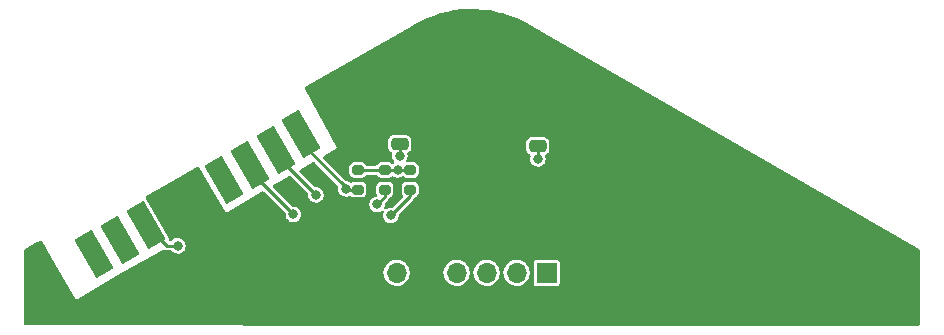
<source format=gtl>
G04 #@! TF.GenerationSoftware,KiCad,Pcbnew,(6.0.2)*
G04 #@! TF.CreationDate,2022-06-23T15:06:55+02:00*
G04 #@! TF.ProjectId,cup_connect,6375705f-636f-46e6-9e65-63742e6b6963,rev?*
G04 #@! TF.SameCoordinates,Original*
G04 #@! TF.FileFunction,Copper,L1,Top*
G04 #@! TF.FilePolarity,Positive*
%FSLAX46Y46*%
G04 Gerber Fmt 4.6, Leading zero omitted, Abs format (unit mm)*
G04 Created by KiCad (PCBNEW (6.0.2)) date 2022-06-23 15:06:55*
%MOMM*%
%LPD*%
G01*
G04 APERTURE LIST*
G04 Aperture macros list*
%AMRoundRect*
0 Rectangle with rounded corners*
0 $1 Rounding radius*
0 $2 $3 $4 $5 $6 $7 $8 $9 X,Y pos of 4 corners*
0 Add a 4 corners polygon primitive as box body*
4,1,4,$2,$3,$4,$5,$6,$7,$8,$9,$2,$3,0*
0 Add four circle primitives for the rounded corners*
1,1,$1+$1,$2,$3*
1,1,$1+$1,$4,$5*
1,1,$1+$1,$6,$7*
1,1,$1+$1,$8,$9*
0 Add four rect primitives between the rounded corners*
20,1,$1+$1,$2,$3,$4,$5,0*
20,1,$1+$1,$4,$5,$6,$7,0*
20,1,$1+$1,$6,$7,$8,$9,0*
20,1,$1+$1,$8,$9,$2,$3,0*%
%AMRotRect*
0 Rectangle, with rotation*
0 The origin of the aperture is its center*
0 $1 length*
0 $2 width*
0 $3 Rotation angle, in degrees counterclockwise*
0 Add horizontal line*
21,1,$1,$2,0,0,$3*%
G04 Aperture macros list end*
G04 #@! TA.AperFunction,SMDPad,CuDef*
%ADD10RoundRect,0.200000X0.275000X-0.200000X0.275000X0.200000X-0.275000X0.200000X-0.275000X-0.200000X0*%
G04 #@! TD*
G04 #@! TA.AperFunction,ComponentPad*
%ADD11R,1.700000X1.700000*%
G04 #@! TD*
G04 #@! TA.AperFunction,ComponentPad*
%ADD12O,1.700000X1.700000*%
G04 #@! TD*
G04 #@! TA.AperFunction,SMDPad,CuDef*
%ADD13RoundRect,0.250000X0.475000X-0.250000X0.475000X0.250000X-0.475000X0.250000X-0.475000X-0.250000X0*%
G04 #@! TD*
G04 #@! TA.AperFunction,SMDPad,CuDef*
%ADD14RotRect,3.750000X1.700000X120.000000*%
G04 #@! TD*
G04 #@! TA.AperFunction,ViaPad*
%ADD15C,0.800000*%
G04 #@! TD*
G04 #@! TA.AperFunction,Conductor*
%ADD16C,0.250000*%
G04 #@! TD*
G04 APERTURE END LIST*
D10*
X-5207000Y-17081000D03*
X-5207000Y-15431000D03*
D11*
X6325000Y-24130000D03*
D12*
X3785000Y-24130000D03*
X1245000Y-24130000D03*
X-1295000Y-24130000D03*
X-3835000Y-24130000D03*
X-6375000Y-24130000D03*
D13*
X5588000Y-13396000D03*
X5588000Y-11496000D03*
D10*
X-9652000Y-17081000D03*
X-9652000Y-15431000D03*
X-7366000Y-17081000D03*
X-7366000Y-15431000D03*
D13*
X-6096000Y-13208000D03*
X-6096000Y-11308000D03*
D14*
X-32029651Y-22543017D03*
X-29805947Y-21314586D03*
X-27606242Y-20044586D03*
X-25406538Y-18774586D03*
X-23206833Y-17504586D03*
X-21007128Y-16234586D03*
X-18807424Y-14964586D03*
X-16607719Y-13694586D03*
X-14432015Y-12383017D03*
D15*
X-20421600Y-17272000D03*
X-6287000Y-15431000D03*
X-6096000Y-14224000D03*
X2032000Y-7112000D03*
X0Y-11176000D03*
X-2032000Y-9144000D03*
X-25247600Y-19024600D03*
X0Y-9144000D03*
X-23037800Y-17830800D03*
X-24688800Y-20015200D03*
X-22504400Y-18745200D03*
X0Y-7112000D03*
X2032000Y-11176000D03*
X-2032000Y-7112000D03*
X2032000Y-9144000D03*
X-2032000Y-11176000D03*
X-31292800Y-23774400D03*
X5588000Y-14478000D03*
X-24892000Y-21844000D03*
X-10668000Y-17018000D03*
X-13208000Y-17526000D03*
X-8026400Y-18338800D03*
X-6858000Y-19278600D03*
X-15113000Y-19177000D03*
D16*
X-9652000Y-15431000D02*
X-6794000Y-15431000D01*
X-6096000Y-13208000D02*
X-6096000Y-14224000D01*
X-5207000Y-15431000D02*
X-6287000Y-15431000D01*
X-6287000Y-15431000D02*
X-6794000Y-15431000D01*
X-9652000Y-15431000D02*
X-8572000Y-15431000D01*
X-6794000Y-15431000D02*
X-7366000Y-15431000D01*
X5588000Y-13396000D02*
X5588000Y-14478000D01*
X-25806828Y-21844000D02*
X-24892000Y-21844000D01*
X-27606242Y-20044586D02*
X-25806828Y-21844000D01*
X-9652000Y-17081000D02*
X-10605000Y-17081000D01*
X-10668000Y-17018000D02*
X-10668000Y-16891000D01*
X-10605000Y-17081000D02*
X-10668000Y-17018000D01*
X-10668000Y-16891000D02*
X-14432015Y-13126985D01*
X-14432015Y-13126985D02*
X-14432015Y-12383017D01*
X-7366000Y-17678400D02*
X-8026400Y-18338800D01*
X-16607719Y-14126281D02*
X-13208000Y-17526000D01*
X-16607719Y-13694586D02*
X-16607719Y-14126281D01*
X-7366000Y-17081000D02*
X-7366000Y-17678400D01*
X-5207000Y-17627600D02*
X-6858000Y-19278600D01*
X-18807424Y-14964586D02*
X-18807424Y-15482576D01*
X-18807424Y-15482576D02*
X-15113000Y-19177000D01*
X-5207000Y-17081000D02*
X-5207000Y-17627600D01*
G04 #@! TA.AperFunction,Conductor*
G36*
X5674Y-1802013D02*
G01*
X304324Y-1802272D01*
X312090Y-1802518D01*
X902731Y-1839507D01*
X910467Y-1840232D01*
X1204472Y-1876942D01*
X1497696Y-1913554D01*
X1505347Y-1914750D01*
X2086957Y-2024131D01*
X2094536Y-2025800D01*
X2370514Y-2095555D01*
X2668272Y-2170815D01*
X2675743Y-2172950D01*
X3239464Y-2353056D01*
X3246789Y-2355648D01*
X3798322Y-2570153D01*
X3805473Y-2573191D01*
X4342744Y-2821286D01*
X4349694Y-2824759D01*
X4842348Y-3090245D01*
X4856677Y-3100215D01*
X4862264Y-3103452D01*
X4871580Y-3111647D01*
X4884257Y-3115971D01*
X4906566Y-3126100D01*
X37861782Y-22152803D01*
X37910775Y-22204185D01*
X37924782Y-22261971D01*
X37922348Y-28470034D01*
X37902319Y-28538147D01*
X37848645Y-28584619D01*
X37796343Y-28595985D01*
X-675145Y-28594488D01*
X-37796248Y-28593043D01*
X-37864368Y-28573038D01*
X-37910859Y-28519381D01*
X-37922243Y-28466994D01*
X-37919809Y-22258999D01*
X-37899780Y-22190888D01*
X-37856811Y-22149933D01*
X-36979422Y-21643372D01*
X-36979420Y-21643371D01*
X-36566752Y-21405117D01*
X-36497758Y-21388379D01*
X-36430666Y-21411599D01*
X-36394636Y-21451232D01*
X-35273808Y-23392409D01*
X-33528000Y-26416000D01*
X-29494399Y-24100964D01*
X-7483852Y-24100964D01*
X-7470576Y-24303522D01*
X-7469155Y-24309118D01*
X-7469154Y-24309123D01*
X-7448881Y-24388945D01*
X-7420608Y-24500269D01*
X-7418191Y-24505512D01*
X-7380990Y-24586208D01*
X-7335623Y-24684616D01*
X-7332290Y-24689332D01*
X-7236585Y-24824752D01*
X-7218467Y-24850389D01*
X-7073062Y-24992035D01*
X-6904280Y-25104812D01*
X-6898977Y-25107090D01*
X-6898974Y-25107092D01*
X-6767717Y-25163484D01*
X-6717772Y-25184942D01*
X-6644756Y-25201464D01*
X-6525421Y-25228467D01*
X-6525416Y-25228468D01*
X-6519784Y-25229742D01*
X-6514013Y-25229969D01*
X-6514011Y-25229969D01*
X-6454244Y-25232317D01*
X-6316947Y-25237712D01*
X-6209652Y-25222155D01*
X-6121769Y-25209413D01*
X-6121764Y-25209412D01*
X-6116055Y-25208584D01*
X-6110591Y-25206729D01*
X-6110586Y-25206728D01*
X-5929307Y-25145192D01*
X-5929302Y-25145190D01*
X-5923835Y-25143334D01*
X-5746724Y-25044147D01*
X-5707031Y-25011135D01*
X-5595087Y-24918031D01*
X-5590655Y-24914345D01*
X-5460853Y-24758276D01*
X-5361666Y-24581165D01*
X-5359810Y-24575698D01*
X-5359808Y-24575693D01*
X-5298272Y-24394414D01*
X-5298271Y-24394409D01*
X-5296416Y-24388945D01*
X-5295588Y-24383236D01*
X-5295587Y-24383231D01*
X-5267821Y-24191727D01*
X-5267288Y-24188053D01*
X-5265768Y-24130000D01*
X-5268436Y-24100964D01*
X-2403852Y-24100964D01*
X-2390576Y-24303522D01*
X-2389155Y-24309118D01*
X-2389154Y-24309123D01*
X-2368881Y-24388945D01*
X-2340608Y-24500269D01*
X-2338191Y-24505512D01*
X-2300990Y-24586208D01*
X-2255623Y-24684616D01*
X-2252290Y-24689332D01*
X-2156585Y-24824752D01*
X-2138467Y-24850389D01*
X-1993062Y-24992035D01*
X-1824280Y-25104812D01*
X-1818977Y-25107090D01*
X-1818974Y-25107092D01*
X-1687717Y-25163484D01*
X-1637772Y-25184942D01*
X-1564756Y-25201464D01*
X-1445421Y-25228467D01*
X-1445416Y-25228468D01*
X-1439784Y-25229742D01*
X-1434013Y-25229969D01*
X-1434011Y-25229969D01*
X-1374244Y-25232317D01*
X-1236947Y-25237712D01*
X-1129652Y-25222155D01*
X-1041769Y-25209413D01*
X-1041764Y-25209412D01*
X-1036055Y-25208584D01*
X-1030591Y-25206729D01*
X-1030586Y-25206728D01*
X-849307Y-25145192D01*
X-849302Y-25145190D01*
X-843835Y-25143334D01*
X-666724Y-25044147D01*
X-627031Y-25011135D01*
X-515087Y-24918031D01*
X-510655Y-24914345D01*
X-380853Y-24758276D01*
X-281666Y-24581165D01*
X-279810Y-24575698D01*
X-279808Y-24575693D01*
X-218272Y-24394414D01*
X-218271Y-24394409D01*
X-216416Y-24388945D01*
X-215588Y-24383236D01*
X-215587Y-24383231D01*
X-187821Y-24191727D01*
X-187288Y-24188053D01*
X-185768Y-24130000D01*
X-188436Y-24100964D01*
X136148Y-24100964D01*
X149424Y-24303522D01*
X150845Y-24309118D01*
X150846Y-24309123D01*
X171119Y-24388945D01*
X199392Y-24500269D01*
X201809Y-24505512D01*
X239010Y-24586208D01*
X284377Y-24684616D01*
X287710Y-24689332D01*
X383415Y-24824752D01*
X401533Y-24850389D01*
X546938Y-24992035D01*
X715720Y-25104812D01*
X721023Y-25107090D01*
X721026Y-25107092D01*
X852283Y-25163484D01*
X902228Y-25184942D01*
X975244Y-25201464D01*
X1094579Y-25228467D01*
X1094584Y-25228468D01*
X1100216Y-25229742D01*
X1105987Y-25229969D01*
X1105989Y-25229969D01*
X1165756Y-25232317D01*
X1303053Y-25237712D01*
X1410348Y-25222155D01*
X1498231Y-25209413D01*
X1498236Y-25209412D01*
X1503945Y-25208584D01*
X1509409Y-25206729D01*
X1509414Y-25206728D01*
X1690693Y-25145192D01*
X1690698Y-25145190D01*
X1696165Y-25143334D01*
X1873276Y-25044147D01*
X1912969Y-25011135D01*
X2024913Y-24918031D01*
X2029345Y-24914345D01*
X2159147Y-24758276D01*
X2258334Y-24581165D01*
X2260190Y-24575698D01*
X2260192Y-24575693D01*
X2321728Y-24394414D01*
X2321729Y-24394409D01*
X2323584Y-24388945D01*
X2324412Y-24383236D01*
X2324413Y-24383231D01*
X2352179Y-24191727D01*
X2352712Y-24188053D01*
X2354232Y-24130000D01*
X2351564Y-24100964D01*
X2676148Y-24100964D01*
X2689424Y-24303522D01*
X2690845Y-24309118D01*
X2690846Y-24309123D01*
X2711119Y-24388945D01*
X2739392Y-24500269D01*
X2741809Y-24505512D01*
X2779010Y-24586208D01*
X2824377Y-24684616D01*
X2827710Y-24689332D01*
X2923415Y-24824752D01*
X2941533Y-24850389D01*
X3086938Y-24992035D01*
X3255720Y-25104812D01*
X3261023Y-25107090D01*
X3261026Y-25107092D01*
X3392283Y-25163484D01*
X3442228Y-25184942D01*
X3515244Y-25201464D01*
X3634579Y-25228467D01*
X3634584Y-25228468D01*
X3640216Y-25229742D01*
X3645987Y-25229969D01*
X3645989Y-25229969D01*
X3705756Y-25232317D01*
X3843053Y-25237712D01*
X3950348Y-25222155D01*
X4038231Y-25209413D01*
X4038236Y-25209412D01*
X4043945Y-25208584D01*
X4049409Y-25206729D01*
X4049414Y-25206728D01*
X4230693Y-25145192D01*
X4230698Y-25145190D01*
X4236165Y-25143334D01*
X4413276Y-25044147D01*
X4452969Y-25011135D01*
X4564913Y-24918031D01*
X4569345Y-24914345D01*
X4699147Y-24758276D01*
X4798334Y-24581165D01*
X4800190Y-24575698D01*
X4800192Y-24575693D01*
X4861728Y-24394414D01*
X4861729Y-24394409D01*
X4863584Y-24388945D01*
X4864412Y-24383236D01*
X4864413Y-24383231D01*
X4892179Y-24191727D01*
X4892712Y-24188053D01*
X4894232Y-24130000D01*
X4882797Y-24005551D01*
X4876187Y-23933613D01*
X4876186Y-23933610D01*
X4875658Y-23927859D01*
X4874090Y-23922299D01*
X4822125Y-23738046D01*
X4822124Y-23738044D01*
X4820557Y-23732487D01*
X4809978Y-23711033D01*
X4733331Y-23555609D01*
X4730776Y-23550428D01*
X4609320Y-23387779D01*
X4465609Y-23254933D01*
X5220500Y-23254933D01*
X5220501Y-25005066D01*
X5235266Y-25079301D01*
X5242161Y-25089620D01*
X5242162Y-25089622D01*
X5282516Y-25150015D01*
X5291516Y-25163484D01*
X5375699Y-25219734D01*
X5449933Y-25234500D01*
X6324858Y-25234500D01*
X7200066Y-25234499D01*
X7235818Y-25227388D01*
X7262126Y-25222156D01*
X7262128Y-25222155D01*
X7274301Y-25219734D01*
X7284621Y-25212839D01*
X7284622Y-25212838D01*
X7348168Y-25170377D01*
X7358484Y-25163484D01*
X7414734Y-25079301D01*
X7429500Y-25005067D01*
X7429499Y-23254934D01*
X7414734Y-23180699D01*
X7388654Y-23141667D01*
X7365377Y-23106832D01*
X7358484Y-23096516D01*
X7274301Y-23040266D01*
X7200067Y-23025500D01*
X6325142Y-23025500D01*
X5449934Y-23025501D01*
X5414182Y-23032612D01*
X5387874Y-23037844D01*
X5387872Y-23037845D01*
X5375699Y-23040266D01*
X5365379Y-23047161D01*
X5365378Y-23047162D01*
X5304985Y-23087516D01*
X5291516Y-23096516D01*
X5235266Y-23180699D01*
X5220500Y-23254933D01*
X4465609Y-23254933D01*
X4460258Y-23249987D01*
X4455375Y-23246906D01*
X4455371Y-23246903D01*
X4293464Y-23144748D01*
X4288581Y-23141667D01*
X4100039Y-23066446D01*
X4094379Y-23065320D01*
X4094375Y-23065319D01*
X3906613Y-23027971D01*
X3906610Y-23027971D01*
X3900946Y-23026844D01*
X3895171Y-23026768D01*
X3895167Y-23026768D01*
X3793793Y-23025441D01*
X3697971Y-23024187D01*
X3692274Y-23025166D01*
X3692273Y-23025166D01*
X3604397Y-23040266D01*
X3497910Y-23058564D01*
X3307463Y-23128824D01*
X3133010Y-23232612D01*
X3128670Y-23236418D01*
X3128666Y-23236421D01*
X2984733Y-23362648D01*
X2980392Y-23366455D01*
X2854720Y-23525869D01*
X2852031Y-23530980D01*
X2852029Y-23530983D01*
X2804853Y-23620650D01*
X2760203Y-23705515D01*
X2700007Y-23899378D01*
X2676148Y-24100964D01*
X2351564Y-24100964D01*
X2342797Y-24005551D01*
X2336187Y-23933613D01*
X2336186Y-23933610D01*
X2335658Y-23927859D01*
X2334090Y-23922299D01*
X2282125Y-23738046D01*
X2282124Y-23738044D01*
X2280557Y-23732487D01*
X2269978Y-23711033D01*
X2193331Y-23555609D01*
X2190776Y-23550428D01*
X2069320Y-23387779D01*
X1920258Y-23249987D01*
X1915375Y-23246906D01*
X1915371Y-23246903D01*
X1753464Y-23144748D01*
X1748581Y-23141667D01*
X1560039Y-23066446D01*
X1554379Y-23065320D01*
X1554375Y-23065319D01*
X1366613Y-23027971D01*
X1366610Y-23027971D01*
X1360946Y-23026844D01*
X1355171Y-23026768D01*
X1355167Y-23026768D01*
X1253793Y-23025441D01*
X1157971Y-23024187D01*
X1152274Y-23025166D01*
X1152273Y-23025166D01*
X1064397Y-23040266D01*
X957910Y-23058564D01*
X767463Y-23128824D01*
X593010Y-23232612D01*
X588670Y-23236418D01*
X588666Y-23236421D01*
X444733Y-23362648D01*
X440392Y-23366455D01*
X314720Y-23525869D01*
X312031Y-23530980D01*
X312029Y-23530983D01*
X264853Y-23620650D01*
X220203Y-23705515D01*
X160007Y-23899378D01*
X136148Y-24100964D01*
X-188436Y-24100964D01*
X-197203Y-24005551D01*
X-203813Y-23933613D01*
X-203814Y-23933610D01*
X-204342Y-23927859D01*
X-205910Y-23922299D01*
X-257875Y-23738046D01*
X-257876Y-23738044D01*
X-259443Y-23732487D01*
X-270022Y-23711033D01*
X-346669Y-23555609D01*
X-349224Y-23550428D01*
X-470680Y-23387779D01*
X-619742Y-23249987D01*
X-624625Y-23246906D01*
X-624629Y-23246903D01*
X-786536Y-23144748D01*
X-791419Y-23141667D01*
X-979961Y-23066446D01*
X-985621Y-23065320D01*
X-985625Y-23065319D01*
X-1173387Y-23027971D01*
X-1173390Y-23027971D01*
X-1179054Y-23026844D01*
X-1184829Y-23026768D01*
X-1184833Y-23026768D01*
X-1286207Y-23025441D01*
X-1382029Y-23024187D01*
X-1387726Y-23025166D01*
X-1387727Y-23025166D01*
X-1475603Y-23040266D01*
X-1582090Y-23058564D01*
X-1772537Y-23128824D01*
X-1946990Y-23232612D01*
X-1951330Y-23236418D01*
X-1951334Y-23236421D01*
X-2095267Y-23362648D01*
X-2099608Y-23366455D01*
X-2225280Y-23525869D01*
X-2227969Y-23530980D01*
X-2227971Y-23530983D01*
X-2275147Y-23620650D01*
X-2319797Y-23705515D01*
X-2379993Y-23899378D01*
X-2403852Y-24100964D01*
X-5268436Y-24100964D01*
X-5277203Y-24005551D01*
X-5283813Y-23933613D01*
X-5283814Y-23933610D01*
X-5284342Y-23927859D01*
X-5285910Y-23922299D01*
X-5337875Y-23738046D01*
X-5337876Y-23738044D01*
X-5339443Y-23732487D01*
X-5350022Y-23711033D01*
X-5426669Y-23555609D01*
X-5429224Y-23550428D01*
X-5550680Y-23387779D01*
X-5699742Y-23249987D01*
X-5704625Y-23246906D01*
X-5704629Y-23246903D01*
X-5866536Y-23144748D01*
X-5871419Y-23141667D01*
X-6059961Y-23066446D01*
X-6065621Y-23065320D01*
X-6065625Y-23065319D01*
X-6253387Y-23027971D01*
X-6253390Y-23027971D01*
X-6259054Y-23026844D01*
X-6264829Y-23026768D01*
X-6264833Y-23026768D01*
X-6366207Y-23025441D01*
X-6462029Y-23024187D01*
X-6467726Y-23025166D01*
X-6467727Y-23025166D01*
X-6555603Y-23040266D01*
X-6662090Y-23058564D01*
X-6852537Y-23128824D01*
X-7026990Y-23232612D01*
X-7031330Y-23236418D01*
X-7031334Y-23236421D01*
X-7175267Y-23362648D01*
X-7179608Y-23366455D01*
X-7305280Y-23525869D01*
X-7307969Y-23530980D01*
X-7307971Y-23530983D01*
X-7355147Y-23620650D01*
X-7399797Y-23705515D01*
X-7459993Y-23899378D01*
X-7483852Y-24100964D01*
X-29494399Y-24100964D01*
X-26132150Y-22171242D01*
X-26063112Y-22154680D01*
X-26008731Y-22170106D01*
X-26000362Y-22174707D01*
X-25992181Y-22181156D01*
X-25983547Y-22184188D01*
X-25976094Y-22189514D01*
X-25926978Y-22204203D01*
X-25921336Y-22206036D01*
X-25880461Y-22220390D01*
X-25872977Y-22223018D01*
X-25867412Y-22223500D01*
X-25864704Y-22223500D01*
X-25862070Y-22223614D01*
X-25861972Y-22223643D01*
X-25861979Y-22223807D01*
X-25861275Y-22223851D01*
X-25855050Y-22225713D01*
X-25801193Y-22223597D01*
X-25796246Y-22223500D01*
X-25491859Y-22223500D01*
X-25423738Y-22243502D01*
X-25396478Y-22267169D01*
X-25395328Y-22268501D01*
X-25391092Y-22274805D01*
X-25273924Y-22381419D01*
X-25134707Y-22457008D01*
X-24981478Y-22497207D01*
X-24897523Y-22498526D01*
X-24830681Y-22499576D01*
X-24830678Y-22499576D01*
X-24823084Y-22499695D01*
X-24668668Y-22464329D01*
X-24598258Y-22428917D01*
X-24533928Y-22396563D01*
X-24533925Y-22396561D01*
X-24527145Y-22393151D01*
X-24521374Y-22388222D01*
X-24521371Y-22388220D01*
X-24412464Y-22295204D01*
X-24412464Y-22295203D01*
X-24406686Y-22290269D01*
X-24314245Y-22161624D01*
X-24255158Y-22014641D01*
X-24232838Y-21857807D01*
X-24232693Y-21844000D01*
X-24251724Y-21686733D01*
X-24307720Y-21538546D01*
X-24358610Y-21464500D01*
X-24393145Y-21414251D01*
X-24393146Y-21414249D01*
X-24397447Y-21407992D01*
X-24406788Y-21399669D01*
X-24471014Y-21342447D01*
X-24515725Y-21302611D01*
X-24523111Y-21298700D01*
X-24649012Y-21232039D01*
X-24649011Y-21232039D01*
X-24655726Y-21228484D01*
X-24809367Y-21189892D01*
X-24816966Y-21189852D01*
X-24816967Y-21189852D01*
X-24882819Y-21189507D01*
X-24967779Y-21189062D01*
X-24975159Y-21190834D01*
X-24975161Y-21190834D01*
X-25114437Y-21224271D01*
X-25114440Y-21224272D01*
X-25121816Y-21226043D01*
X-25262586Y-21298700D01*
X-25381961Y-21402838D01*
X-25386328Y-21409051D01*
X-25386333Y-21409057D01*
X-25387664Y-21410951D01*
X-25388987Y-21412005D01*
X-25391411Y-21414697D01*
X-25391860Y-21414293D01*
X-25443198Y-21455183D01*
X-25490750Y-21464500D01*
X-25537873Y-21464500D01*
X-25605994Y-21444498D01*
X-25648029Y-21399669D01*
X-25654298Y-21388379D01*
X-25665619Y-21367990D01*
X-25681193Y-21298580D01*
X-25680972Y-21295219D01*
X-25675354Y-21209514D01*
X-25679343Y-21197764D01*
X-25679343Y-21197761D01*
X-25697693Y-21143703D01*
X-25697695Y-21143699D01*
X-25699683Y-21137842D01*
X-27003341Y-18879842D01*
X-27596655Y-17852193D01*
X-27596656Y-17852191D01*
X-27599751Y-17846831D01*
X-27603830Y-17842179D01*
X-27607439Y-17837143D01*
X-27605356Y-17835650D01*
X-27630529Y-17781438D01*
X-27620871Y-17711101D01*
X-27568928Y-17653598D01*
X-26081574Y-16794873D01*
X-23258353Y-15164886D01*
X-23189362Y-15148149D01*
X-23122270Y-15171369D01*
X-23086753Y-15210121D01*
X-22137568Y-16823735D01*
X-20828000Y-19050000D01*
X-17713769Y-17245271D01*
X-17644803Y-17228422D01*
X-17577674Y-17251534D01*
X-17561500Y-17265194D01*
X-15802751Y-19023943D01*
X-15768725Y-19086255D01*
X-15766924Y-19129482D01*
X-15772271Y-19170096D01*
X-15765646Y-19230098D01*
X-15758316Y-19296491D01*
X-15754887Y-19327553D01*
X-15700447Y-19476319D01*
X-15696211Y-19482622D01*
X-15696211Y-19482623D01*
X-15627938Y-19584223D01*
X-15612092Y-19607805D01*
X-15606473Y-19612918D01*
X-15606472Y-19612919D01*
X-15500540Y-19709309D01*
X-15494924Y-19714419D01*
X-15355707Y-19790008D01*
X-15202478Y-19830207D01*
X-15118523Y-19831526D01*
X-15051681Y-19832576D01*
X-15051678Y-19832576D01*
X-15044084Y-19832695D01*
X-14889668Y-19797329D01*
X-14819258Y-19761917D01*
X-14754928Y-19729563D01*
X-14754925Y-19729561D01*
X-14748145Y-19726151D01*
X-14742374Y-19721222D01*
X-14742371Y-19721220D01*
X-14633464Y-19628204D01*
X-14633464Y-19628203D01*
X-14627686Y-19623269D01*
X-14535245Y-19494624D01*
X-14476158Y-19347641D01*
X-14453838Y-19190807D01*
X-14453693Y-19177000D01*
X-14455439Y-19162567D01*
X-14466898Y-19067880D01*
X-14472724Y-19019733D01*
X-14528720Y-18871546D01*
X-14618447Y-18740992D01*
X-14736725Y-18635611D01*
X-14744536Y-18631475D01*
X-14870012Y-18565039D01*
X-14870011Y-18565039D01*
X-14876726Y-18561484D01*
X-15030367Y-18522892D01*
X-15037966Y-18522852D01*
X-15037967Y-18522852D01*
X-15098374Y-18522536D01*
X-15179665Y-18522110D01*
X-15247679Y-18501752D01*
X-15268099Y-18485207D01*
X-15421410Y-18331896D01*
X-8685671Y-18331896D01*
X-8676979Y-18410625D01*
X-8674581Y-18432341D01*
X-8668287Y-18489353D01*
X-8665677Y-18496484D01*
X-8665677Y-18496486D01*
X-8619137Y-18623662D01*
X-8613847Y-18638119D01*
X-8609611Y-18644422D01*
X-8609611Y-18644423D01*
X-8547330Y-18737106D01*
X-8525492Y-18769605D01*
X-8519873Y-18774718D01*
X-8519872Y-18774719D01*
X-8450944Y-18837438D01*
X-8408324Y-18876219D01*
X-8269107Y-18951808D01*
X-8115878Y-18992007D01*
X-8031923Y-18993326D01*
X-7965081Y-18994376D01*
X-7965078Y-18994376D01*
X-7957484Y-18994495D01*
X-7803068Y-18959129D01*
X-7661545Y-18887951D01*
X-7655767Y-18883016D01*
X-7650916Y-18879793D01*
X-7583108Y-18858756D01*
X-7514690Y-18877717D01*
X-7467385Y-18930658D01*
X-7456212Y-19000770D01*
X-7463795Y-19030510D01*
X-7493833Y-19107554D01*
X-7493834Y-19107558D01*
X-7496594Y-19114637D01*
X-7497586Y-19122170D01*
X-7497586Y-19122171D01*
X-7505348Y-19181134D01*
X-7517271Y-19271696D01*
X-7499887Y-19429153D01*
X-7497277Y-19436284D01*
X-7497277Y-19436286D01*
X-7475928Y-19494624D01*
X-7445447Y-19577919D01*
X-7441211Y-19584222D01*
X-7441211Y-19584223D01*
X-7425364Y-19607805D01*
X-7357092Y-19709405D01*
X-7351473Y-19714518D01*
X-7351472Y-19714519D01*
X-7245540Y-19810909D01*
X-7239924Y-19816019D01*
X-7100707Y-19891608D01*
X-6947478Y-19931807D01*
X-6863523Y-19933126D01*
X-6796681Y-19934176D01*
X-6796678Y-19934176D01*
X-6789084Y-19934295D01*
X-6634668Y-19898929D01*
X-6564258Y-19863517D01*
X-6499928Y-19831163D01*
X-6499925Y-19831161D01*
X-6493145Y-19827751D01*
X-6487374Y-19822822D01*
X-6487371Y-19822820D01*
X-6378464Y-19729804D01*
X-6378464Y-19729803D01*
X-6372686Y-19724869D01*
X-6280245Y-19596224D01*
X-6221158Y-19449241D01*
X-6215035Y-19406215D01*
X-6199419Y-19296491D01*
X-6199419Y-19296488D01*
X-6198838Y-19292407D01*
X-6198693Y-19278600D01*
X-6204563Y-19230096D01*
X-6192891Y-19160068D01*
X-6168571Y-19125865D01*
X-4976784Y-17934078D01*
X-4958036Y-17918936D01*
X-4956811Y-17917821D01*
X-4948060Y-17912171D01*
X-4941613Y-17903993D01*
X-4941611Y-17903991D01*
X-4927271Y-17885800D01*
X-4923325Y-17881359D01*
X-4923398Y-17881297D01*
X-4920039Y-17877333D01*
X-4916362Y-17873656D01*
X-4905108Y-17857908D01*
X-4901602Y-17853238D01*
X-4869844Y-17812953D01*
X-4866812Y-17804319D01*
X-4861486Y-17796866D01*
X-4858501Y-17786886D01*
X-4853922Y-17777538D01*
X-4851277Y-17778834D01*
X-4821512Y-17733033D01*
X-4781235Y-17709794D01*
X-4771464Y-17706362D01*
X-4716924Y-17687209D01*
X-4606990Y-17606010D01*
X-4525791Y-17496076D01*
X-4480507Y-17367127D01*
X-4477500Y-17335315D01*
X-4477501Y-16826686D01*
X-4480507Y-16794873D01*
X-4525791Y-16665924D01*
X-4606990Y-16555990D01*
X-4716924Y-16474791D01*
X-4845873Y-16429507D01*
X-4853515Y-16428785D01*
X-4853518Y-16428784D01*
X-4868421Y-16427376D01*
X-4877685Y-16426500D01*
X-5206777Y-16426500D01*
X-5536314Y-16426501D01*
X-5539262Y-16426780D01*
X-5539271Y-16426780D01*
X-5560478Y-16428784D01*
X-5560480Y-16428784D01*
X-5568127Y-16429507D01*
X-5697076Y-16474791D01*
X-5807010Y-16555990D01*
X-5888209Y-16665924D01*
X-5933493Y-16794873D01*
X-5936500Y-16826685D01*
X-5936499Y-17335314D01*
X-5933493Y-17367127D01*
X-5888209Y-17496076D01*
X-5882614Y-17503651D01*
X-5835385Y-17567594D01*
X-5811003Y-17634272D01*
X-5826540Y-17703548D01*
X-5847642Y-17731548D01*
X-6703589Y-18587495D01*
X-6765901Y-18621521D01*
X-6793342Y-18624398D01*
X-6933779Y-18623662D01*
X-6941159Y-18625434D01*
X-6941161Y-18625434D01*
X-7080437Y-18658871D01*
X-7080440Y-18658872D01*
X-7087816Y-18660643D01*
X-7094561Y-18664124D01*
X-7094560Y-18664124D01*
X-7221837Y-18729816D01*
X-7221841Y-18729818D01*
X-7228586Y-18733300D01*
X-7233174Y-18737303D01*
X-7300148Y-18758852D01*
X-7368760Y-18740608D01*
X-7416616Y-18688165D01*
X-7428523Y-18618174D01*
X-7420293Y-18585898D01*
X-7392394Y-18516498D01*
X-7392392Y-18516491D01*
X-7389558Y-18509441D01*
X-7367238Y-18352607D01*
X-7367093Y-18338800D01*
X-7372963Y-18290296D01*
X-7361291Y-18220268D01*
X-7336971Y-18186065D01*
X-7135784Y-17984878D01*
X-7117036Y-17969736D01*
X-7115811Y-17968621D01*
X-7107060Y-17962971D01*
X-7100613Y-17954793D01*
X-7100611Y-17954791D01*
X-7086271Y-17936600D01*
X-7082325Y-17932159D01*
X-7082398Y-17932097D01*
X-7079039Y-17928133D01*
X-7075362Y-17924456D01*
X-7064108Y-17908708D01*
X-7060602Y-17904038D01*
X-7028844Y-17863753D01*
X-7025812Y-17855119D01*
X-7020486Y-17847666D01*
X-7005797Y-17798550D01*
X-7003962Y-17792901D01*
X-6999680Y-17780710D01*
X-6958233Y-17723067D01*
X-6922550Y-17703584D01*
X-6884815Y-17690332D01*
X-6884811Y-17690330D01*
X-6875924Y-17687209D01*
X-6765990Y-17606010D01*
X-6684791Y-17496076D01*
X-6639507Y-17367127D01*
X-6636500Y-17335315D01*
X-6636501Y-16826686D01*
X-6639507Y-16794873D01*
X-6684791Y-16665924D01*
X-6765990Y-16555990D01*
X-6875924Y-16474791D01*
X-7004873Y-16429507D01*
X-7012515Y-16428785D01*
X-7012518Y-16428784D01*
X-7027421Y-16427376D01*
X-7036685Y-16426500D01*
X-7365777Y-16426500D01*
X-7695314Y-16426501D01*
X-7698262Y-16426780D01*
X-7698271Y-16426780D01*
X-7719478Y-16428784D01*
X-7719480Y-16428784D01*
X-7727127Y-16429507D01*
X-7856076Y-16474791D01*
X-7966010Y-16555990D01*
X-8047209Y-16665924D01*
X-8092493Y-16794873D01*
X-8095500Y-16826685D01*
X-8095499Y-17335314D01*
X-8092493Y-17367127D01*
X-8047209Y-17496076D01*
X-8041616Y-17503648D01*
X-8039798Y-17507082D01*
X-8025600Y-17576644D01*
X-8051265Y-17642840D01*
X-8108643Y-17684651D01*
X-8121739Y-17688558D01*
X-8248837Y-17719071D01*
X-8248840Y-17719072D01*
X-8256216Y-17720843D01*
X-8396986Y-17793500D01*
X-8516361Y-17897638D01*
X-8607450Y-18027244D01*
X-8626128Y-18075151D01*
X-8649612Y-18135385D01*
X-8664994Y-18174837D01*
X-8665986Y-18182370D01*
X-8665986Y-18182371D01*
X-8672180Y-18229423D01*
X-8685671Y-18331896D01*
X-15421410Y-18331896D01*
X-16834492Y-16918814D01*
X-16868518Y-16856502D01*
X-16863453Y-16785687D01*
X-16820906Y-16728851D01*
X-16808574Y-16720702D01*
X-16128991Y-16326876D01*
X-15462439Y-15940602D01*
X-15393472Y-15923753D01*
X-15326343Y-15946865D01*
X-15310169Y-15960525D01*
X-13897751Y-17372943D01*
X-13863725Y-17435255D01*
X-13861924Y-17478482D01*
X-13867271Y-17519096D01*
X-13859294Y-17591349D01*
X-13851310Y-17663662D01*
X-13849887Y-17676553D01*
X-13847277Y-17683684D01*
X-13847277Y-17683686D01*
X-13799972Y-17812953D01*
X-13795447Y-17825319D01*
X-13791211Y-17831622D01*
X-13791211Y-17831623D01*
X-13723653Y-17932159D01*
X-13707092Y-17956805D01*
X-13701473Y-17961918D01*
X-13701472Y-17961919D01*
X-13629680Y-18027244D01*
X-13589924Y-18063419D01*
X-13450707Y-18139008D01*
X-13297478Y-18179207D01*
X-13213523Y-18180526D01*
X-13146681Y-18181576D01*
X-13146678Y-18181576D01*
X-13139084Y-18181695D01*
X-12984668Y-18146329D01*
X-12914258Y-18110917D01*
X-12849928Y-18078563D01*
X-12849925Y-18078561D01*
X-12843145Y-18075151D01*
X-12837374Y-18070222D01*
X-12837371Y-18070220D01*
X-12728464Y-17977204D01*
X-12728464Y-17977203D01*
X-12722686Y-17972269D01*
X-12630245Y-17843624D01*
X-12571158Y-17696641D01*
X-12559340Y-17613602D01*
X-12549419Y-17543891D01*
X-12549419Y-17543888D01*
X-12548838Y-17539807D01*
X-12548693Y-17526000D01*
X-12550439Y-17511567D01*
X-12557416Y-17453919D01*
X-12567724Y-17368733D01*
X-12623720Y-17220546D01*
X-12713447Y-17089992D01*
X-12831725Y-16984611D01*
X-12971726Y-16910484D01*
X-13125367Y-16871892D01*
X-13132966Y-16871852D01*
X-13132967Y-16871852D01*
X-13193374Y-16871536D01*
X-13274665Y-16871110D01*
X-13342679Y-16850752D01*
X-13363099Y-16834207D01*
X-14583162Y-15614144D01*
X-14617188Y-15551832D01*
X-14612123Y-15481017D01*
X-14569576Y-15424181D01*
X-14557243Y-15416032D01*
X-13452323Y-14775720D01*
X-13383355Y-14758870D01*
X-13316226Y-14781982D01*
X-13300052Y-14795642D01*
X-11342977Y-16752717D01*
X-11308951Y-16815029D01*
X-11307150Y-16858258D01*
X-11324449Y-16989664D01*
X-11327271Y-17011096D01*
X-11326437Y-17018646D01*
X-11317869Y-17096251D01*
X-11309887Y-17168553D01*
X-11307277Y-17175684D01*
X-11307277Y-17175686D01*
X-11272525Y-17270650D01*
X-11255447Y-17317319D01*
X-11251211Y-17323622D01*
X-11251211Y-17323623D01*
X-11221977Y-17367127D01*
X-11167092Y-17448805D01*
X-11161473Y-17453918D01*
X-11161472Y-17453919D01*
X-11062593Y-17543891D01*
X-11049924Y-17555419D01*
X-10910707Y-17631008D01*
X-10757478Y-17671207D01*
X-10673523Y-17672526D01*
X-10606681Y-17673576D01*
X-10606678Y-17673576D01*
X-10599084Y-17673695D01*
X-10444668Y-17638329D01*
X-10437882Y-17634916D01*
X-10437879Y-17634915D01*
X-10373205Y-17602388D01*
X-10303361Y-17589650D01*
X-10241733Y-17613602D01*
X-10156503Y-17676553D01*
X-10142076Y-17687209D01*
X-10013127Y-17732493D01*
X-10005485Y-17733215D01*
X-10005482Y-17733216D01*
X-9990579Y-17734624D01*
X-9981315Y-17735500D01*
X-9652223Y-17735500D01*
X-9322686Y-17735499D01*
X-9319738Y-17735220D01*
X-9319729Y-17735220D01*
X-9298522Y-17733216D01*
X-9298520Y-17733216D01*
X-9290873Y-17732493D01*
X-9161924Y-17687209D01*
X-9051990Y-17606010D01*
X-8970791Y-17496076D01*
X-8925507Y-17367127D01*
X-8922500Y-17335315D01*
X-8922501Y-16826686D01*
X-8925507Y-16794873D01*
X-8970791Y-16665924D01*
X-9051990Y-16555990D01*
X-9161924Y-16474791D01*
X-9290873Y-16429507D01*
X-9298515Y-16428785D01*
X-9298518Y-16428784D01*
X-9313421Y-16427376D01*
X-9322685Y-16426500D01*
X-9651777Y-16426500D01*
X-9981314Y-16426501D01*
X-9984262Y-16426780D01*
X-9984271Y-16426780D01*
X-10005478Y-16428784D01*
X-10005480Y-16428784D01*
X-10013127Y-16429507D01*
X-10142076Y-16474791D01*
X-10149652Y-16480387D01*
X-10157978Y-16484795D01*
X-10159511Y-16481900D01*
X-10210726Y-16500626D01*
X-10280001Y-16485087D01*
X-10287339Y-16480519D01*
X-10291725Y-16476611D01*
X-10431726Y-16402484D01*
X-10507784Y-16383380D01*
X-10577997Y-16365743D01*
X-10577999Y-16365743D01*
X-10585367Y-16363892D01*
X-10592965Y-16363852D01*
X-10592966Y-16363852D01*
X-10597071Y-16363831D01*
X-10606994Y-16363779D01*
X-10675009Y-16343422D01*
X-10695430Y-16326876D01*
X-11845621Y-15176685D01*
X-10381500Y-15176685D01*
X-10381499Y-15685314D01*
X-10378493Y-15717127D01*
X-10333209Y-15846076D01*
X-10252010Y-15956010D01*
X-10142076Y-16037209D01*
X-10013127Y-16082493D01*
X-10005485Y-16083215D01*
X-10005482Y-16083216D01*
X-9990579Y-16084624D01*
X-9981315Y-16085500D01*
X-9652223Y-16085500D01*
X-9322686Y-16085499D01*
X-9319738Y-16085220D01*
X-9319729Y-16085220D01*
X-9298522Y-16083216D01*
X-9298520Y-16083216D01*
X-9290873Y-16082493D01*
X-9161924Y-16037209D01*
X-9051990Y-15956010D01*
X-9046398Y-15948439D01*
X-9046395Y-15948436D01*
X-8982287Y-15861641D01*
X-8925726Y-15818730D01*
X-8880936Y-15810500D01*
X-8137064Y-15810500D01*
X-8068943Y-15830502D01*
X-8035713Y-15861641D01*
X-7971605Y-15948436D01*
X-7971602Y-15948439D01*
X-7966010Y-15956010D01*
X-7856076Y-16037209D01*
X-7727127Y-16082493D01*
X-7719485Y-16083215D01*
X-7719482Y-16083216D01*
X-7704579Y-16084624D01*
X-7695315Y-16085500D01*
X-7366223Y-16085500D01*
X-7036686Y-16085499D01*
X-7033738Y-16085220D01*
X-7033729Y-16085220D01*
X-7012522Y-16083216D01*
X-7012520Y-16083216D01*
X-7004873Y-16082493D01*
X-6875924Y-16037209D01*
X-6826427Y-16000650D01*
X-6799054Y-15980432D01*
X-6732376Y-15956050D01*
X-6664073Y-15971053D01*
X-6646972Y-15980338D01*
X-6529707Y-16044008D01*
X-6376478Y-16084207D01*
X-6292523Y-16085526D01*
X-6225681Y-16086576D01*
X-6225678Y-16086576D01*
X-6218084Y-16086695D01*
X-6063668Y-16051329D01*
X-5922145Y-15980151D01*
X-5917861Y-15976492D01*
X-5850849Y-15955704D01*
X-5782432Y-15974668D01*
X-5774074Y-15980338D01*
X-5704655Y-16031612D01*
X-5704650Y-16031614D01*
X-5697076Y-16037209D01*
X-5568127Y-16082493D01*
X-5560485Y-16083215D01*
X-5560482Y-16083216D01*
X-5545579Y-16084624D01*
X-5536315Y-16085500D01*
X-5207223Y-16085500D01*
X-4877686Y-16085499D01*
X-4874738Y-16085220D01*
X-4874729Y-16085220D01*
X-4853522Y-16083216D01*
X-4853520Y-16083216D01*
X-4845873Y-16082493D01*
X-4716924Y-16037209D01*
X-4606990Y-15956010D01*
X-4525791Y-15846076D01*
X-4480507Y-15717127D01*
X-4477500Y-15685315D01*
X-4477501Y-15176686D01*
X-4480507Y-15144873D01*
X-4525791Y-15015924D01*
X-4606990Y-14905990D01*
X-4716924Y-14824791D01*
X-4845873Y-14779507D01*
X-4853515Y-14778785D01*
X-4853518Y-14778784D01*
X-4869021Y-14777319D01*
X-4877685Y-14776500D01*
X-4897615Y-14776500D01*
X-5441325Y-14776501D01*
X-5509446Y-14756499D01*
X-5555939Y-14702843D01*
X-5566043Y-14632570D01*
X-5543649Y-14576977D01*
X-5518245Y-14541624D01*
X-5459158Y-14394641D01*
X-5440793Y-14265595D01*
X-5437419Y-14241891D01*
X-5437419Y-14241888D01*
X-5436838Y-14237807D01*
X-5436693Y-14224000D01*
X-5443658Y-14166444D01*
X-5454811Y-14074275D01*
X-5454812Y-14074272D01*
X-5455724Y-14066733D01*
X-5458409Y-14059628D01*
X-5459535Y-14055043D01*
X-5456359Y-13984117D01*
X-5415342Y-13926168D01*
X-5392202Y-13913105D01*
X-5392515Y-13912533D01*
X-5384639Y-13908221D01*
X-5376236Y-13905071D01*
X-5369057Y-13899691D01*
X-5369054Y-13899689D01*
X-5267776Y-13823785D01*
X-5260596Y-13818404D01*
X-5239072Y-13789684D01*
X-5179311Y-13709946D01*
X-5179309Y-13709943D01*
X-5173929Y-13702764D01*
X-5170552Y-13693756D01*
X4608500Y-13693756D01*
X4615202Y-13755448D01*
X4665929Y-13890764D01*
X4671309Y-13897943D01*
X4671311Y-13897946D01*
X4732750Y-13979924D01*
X4752596Y-14006404D01*
X4759776Y-14011785D01*
X4861054Y-14087689D01*
X4861057Y-14087691D01*
X4868236Y-14093071D01*
X4876638Y-14096221D01*
X4876642Y-14096223D01*
X4894685Y-14102987D01*
X4951449Y-14145629D01*
X4976148Y-14212191D01*
X4967847Y-14266737D01*
X4952167Y-14306954D01*
X4952166Y-14306958D01*
X4949406Y-14314037D01*
X4948414Y-14321570D01*
X4948414Y-14321571D01*
X4931604Y-14449261D01*
X4928729Y-14471096D01*
X4933707Y-14516185D01*
X4940419Y-14576975D01*
X4946113Y-14628553D01*
X4948723Y-14635684D01*
X4948723Y-14635686D01*
X4993802Y-14758870D01*
X5000553Y-14777319D01*
X5004789Y-14783622D01*
X5004789Y-14783623D01*
X5024559Y-14813043D01*
X5088908Y-14908805D01*
X5094527Y-14913918D01*
X5094528Y-14913919D01*
X5163205Y-14976410D01*
X5206076Y-15015419D01*
X5345293Y-15091008D01*
X5498522Y-15131207D01*
X5582477Y-15132526D01*
X5649319Y-15133576D01*
X5649322Y-15133576D01*
X5656916Y-15133695D01*
X5811332Y-15098329D01*
X5904442Y-15051500D01*
X5946072Y-15030563D01*
X5946075Y-15030561D01*
X5952855Y-15027151D01*
X5958626Y-15022222D01*
X5958629Y-15022220D01*
X6067536Y-14929204D01*
X6067536Y-14929203D01*
X6073314Y-14924269D01*
X6165755Y-14795624D01*
X6224842Y-14648641D01*
X6247162Y-14491807D01*
X6247307Y-14478000D01*
X6228276Y-14320733D01*
X6223069Y-14306954D01*
X6207441Y-14265595D01*
X6202073Y-14194802D01*
X6235831Y-14132344D01*
X6281078Y-14103075D01*
X6281313Y-14102987D01*
X6307764Y-14093071D01*
X6314943Y-14087691D01*
X6314946Y-14087689D01*
X6416224Y-14011785D01*
X6423404Y-14006404D01*
X6443250Y-13979924D01*
X6504689Y-13897946D01*
X6504691Y-13897943D01*
X6510071Y-13890764D01*
X6560798Y-13755448D01*
X6567500Y-13693756D01*
X6567500Y-13098244D01*
X6560798Y-13036552D01*
X6510071Y-12901236D01*
X6504691Y-12894057D01*
X6504689Y-12894054D01*
X6428785Y-12792776D01*
X6423404Y-12785596D01*
X6398366Y-12766831D01*
X6314946Y-12704311D01*
X6314943Y-12704309D01*
X6307764Y-12698929D01*
X6218046Y-12665296D01*
X6179843Y-12650974D01*
X6179841Y-12650974D01*
X6172448Y-12648202D01*
X6164598Y-12647349D01*
X6164597Y-12647349D01*
X6114153Y-12641869D01*
X6114152Y-12641869D01*
X6110756Y-12641500D01*
X5065244Y-12641500D01*
X5061848Y-12641869D01*
X5061847Y-12641869D01*
X5011403Y-12647349D01*
X5011402Y-12647349D01*
X5003552Y-12648202D01*
X4996159Y-12650974D01*
X4996157Y-12650974D01*
X4957954Y-12665296D01*
X4868236Y-12698929D01*
X4861057Y-12704309D01*
X4861054Y-12704311D01*
X4777634Y-12766831D01*
X4752596Y-12785596D01*
X4747215Y-12792776D01*
X4671311Y-12894054D01*
X4671309Y-12894057D01*
X4665929Y-12901236D01*
X4615202Y-13036552D01*
X4608500Y-13098244D01*
X4608500Y-13693756D01*
X-5170552Y-13693756D01*
X-5123202Y-13567448D01*
X-5116500Y-13505756D01*
X-5116500Y-12910244D01*
X-5123202Y-12848552D01*
X-5173929Y-12713236D01*
X-5179309Y-12706057D01*
X-5179311Y-12706054D01*
X-5255215Y-12604776D01*
X-5260596Y-12597596D01*
X-5281023Y-12582287D01*
X-5369054Y-12516311D01*
X-5369057Y-12516309D01*
X-5376236Y-12510929D01*
X-5465954Y-12477296D01*
X-5504157Y-12462974D01*
X-5504159Y-12462974D01*
X-5511552Y-12460202D01*
X-5519402Y-12459349D01*
X-5519403Y-12459349D01*
X-5569847Y-12453869D01*
X-5569848Y-12453869D01*
X-5573244Y-12453500D01*
X-6618756Y-12453500D01*
X-6622152Y-12453869D01*
X-6622153Y-12453869D01*
X-6672597Y-12459349D01*
X-6672598Y-12459349D01*
X-6680448Y-12460202D01*
X-6687841Y-12462974D01*
X-6687843Y-12462974D01*
X-6726046Y-12477296D01*
X-6815764Y-12510929D01*
X-6822943Y-12516309D01*
X-6822946Y-12516311D01*
X-6910977Y-12582287D01*
X-6931404Y-12597596D01*
X-6936785Y-12604776D01*
X-7012689Y-12706054D01*
X-7012691Y-12706057D01*
X-7018071Y-12713236D01*
X-7068798Y-12848552D01*
X-7075500Y-12910244D01*
X-7075500Y-13505756D01*
X-7068798Y-13567448D01*
X-7018071Y-13702764D01*
X-7012691Y-13709943D01*
X-7012689Y-13709946D01*
X-6952928Y-13789684D01*
X-6931404Y-13818404D01*
X-6924224Y-13823785D01*
X-6822946Y-13899689D01*
X-6822943Y-13899691D01*
X-6815764Y-13905071D01*
X-6807361Y-13908221D01*
X-6799485Y-13912533D01*
X-6800569Y-13914513D01*
X-6753757Y-13949674D01*
X-6729055Y-14016235D01*
X-6732569Y-14054842D01*
X-6734594Y-14060037D01*
X-6735585Y-14067566D01*
X-6745886Y-14145812D01*
X-6755271Y-14217096D01*
X-6749916Y-14265595D01*
X-6743736Y-14321571D01*
X-6737887Y-14374553D01*
X-6735277Y-14381684D01*
X-6735277Y-14381686D01*
X-6698518Y-14482134D01*
X-6683447Y-14523319D01*
X-6679211Y-14529622D01*
X-6679211Y-14529623D01*
X-6604291Y-14641115D01*
X-6595092Y-14654805D01*
X-6589473Y-14659918D01*
X-6584511Y-14665666D01*
X-6585591Y-14666599D01*
X-6552967Y-14720175D01*
X-6554688Y-14791151D01*
X-6594508Y-14849929D01*
X-6616897Y-14864698D01*
X-6650835Y-14882215D01*
X-6650838Y-14882217D01*
X-6656138Y-14884953D01*
X-6656139Y-14884953D01*
X-6657585Y-14885699D01*
X-6657709Y-14885458D01*
X-6721300Y-14905920D01*
X-6789913Y-14887676D01*
X-6799400Y-14881313D01*
X-6868348Y-14830387D01*
X-6875924Y-14824791D01*
X-7004873Y-14779507D01*
X-7012515Y-14778785D01*
X-7012518Y-14778784D01*
X-7028021Y-14777319D01*
X-7036685Y-14776500D01*
X-7365777Y-14776500D01*
X-7695314Y-14776501D01*
X-7698262Y-14776780D01*
X-7698271Y-14776780D01*
X-7719478Y-14778784D01*
X-7719480Y-14778784D01*
X-7727127Y-14779507D01*
X-7856076Y-14824791D01*
X-7966010Y-14905990D01*
X-7971602Y-14913561D01*
X-7971605Y-14913564D01*
X-8035713Y-15000359D01*
X-8092274Y-15043270D01*
X-8137064Y-15051500D01*
X-8880936Y-15051500D01*
X-8949057Y-15031498D01*
X-8982287Y-15000359D01*
X-9046395Y-14913564D01*
X-9046398Y-14913561D01*
X-9051990Y-14905990D01*
X-9161924Y-14824791D01*
X-9290873Y-14779507D01*
X-9298515Y-14778785D01*
X-9298518Y-14778784D01*
X-9314021Y-14777319D01*
X-9322685Y-14776500D01*
X-9651777Y-14776500D01*
X-9981314Y-14776501D01*
X-9984262Y-14776780D01*
X-9984271Y-14776780D01*
X-10005478Y-14778784D01*
X-10005480Y-14778784D01*
X-10013127Y-14779507D01*
X-10142076Y-14824791D01*
X-10252010Y-14905990D01*
X-10333209Y-15015924D01*
X-10378493Y-15144873D01*
X-10381500Y-15176685D01*
X-11845621Y-15176685D01*
X-12573045Y-14449261D01*
X-12607071Y-14386949D01*
X-12602006Y-14316134D01*
X-12559459Y-14259298D01*
X-12547133Y-14251153D01*
X-11430000Y-13603763D01*
X-11436110Y-13592579D01*
X-11436111Y-13592577D01*
X-14158511Y-8609780D01*
X-14173619Y-8540410D01*
X-14148825Y-8473884D01*
X-14110938Y-8440249D01*
X-4891856Y-3117608D01*
X-4869334Y-3107406D01*
X-4868719Y-3107197D01*
X-4868718Y-3107197D01*
X-4856969Y-3103211D01*
X-4847637Y-3095032D01*
X-4842058Y-3091812D01*
X-4827706Y-3081864D01*
X-4334588Y-2817229D01*
X-4327631Y-2813768D01*
X-3789932Y-2566606D01*
X-3782775Y-2563580D01*
X-3230868Y-2350031D01*
X-3223539Y-2347452D01*
X-2659520Y-2168328D01*
X-2652045Y-2166205D01*
X-2088673Y-2024848D01*
X-2078031Y-2022178D01*
X-2070451Y-2020523D01*
X-1843838Y-1978312D01*
X-1488684Y-1912157D01*
X-1481005Y-1910970D01*
X-893648Y-1838666D01*
X-885911Y-1837955D01*
X-652359Y-1823735D01*
X-295213Y-1801991D01*
X-287470Y-1801758D01*
X5674Y-1802013D01*
G37*
G04 #@! TD.AperFunction*
M02*

</source>
